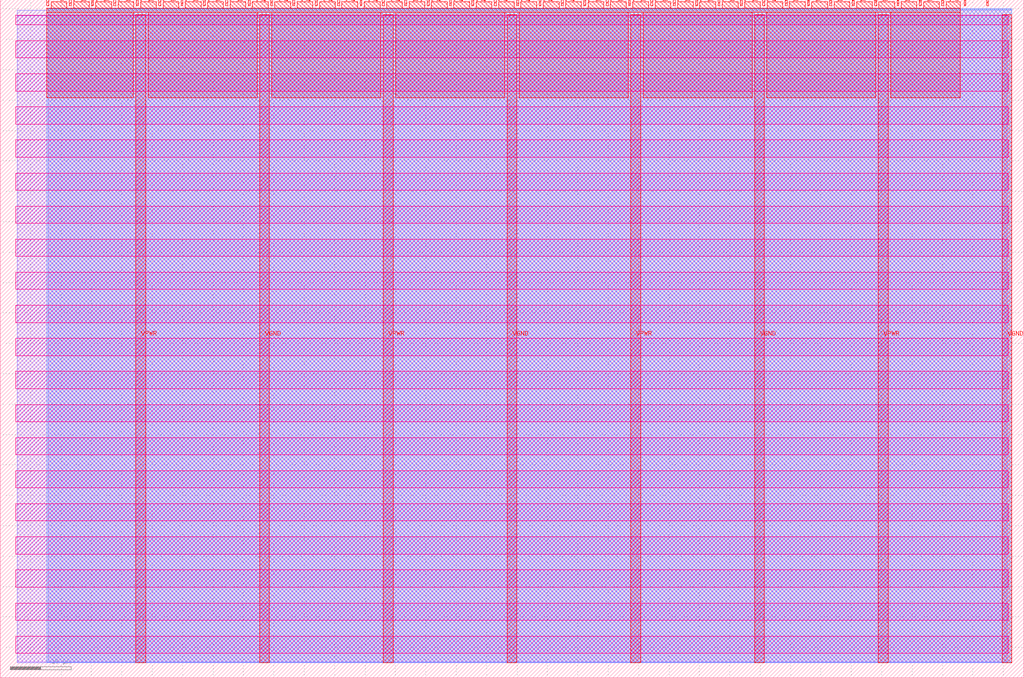
<source format=lef>
VERSION 5.7 ;
  NOWIREEXTENSIONATPIN ON ;
  DIVIDERCHAR "/" ;
  BUSBITCHARS "[]" ;
MACRO tt_um_wokwi_375227079413963777
  CLASS BLOCK ;
  FOREIGN tt_um_wokwi_375227079413963777 ;
  ORIGIN 0.000 0.000 ;
  SIZE 168.360 BY 111.520 ;
  PIN VGND
    DIRECTION INOUT ;
    USE GROUND ;
    PORT
      LAYER met4 ;
        RECT 42.670 2.480 44.270 109.040 ;
    END
    PORT
      LAYER met4 ;
        RECT 83.380 2.480 84.980 109.040 ;
    END
    PORT
      LAYER met4 ;
        RECT 124.090 2.480 125.690 109.040 ;
    END
    PORT
      LAYER met4 ;
        RECT 164.800 2.480 166.400 109.040 ;
    END
  END VGND
  PIN VPWR
    DIRECTION INOUT ;
    USE POWER ;
    PORT
      LAYER met4 ;
        RECT 22.315 2.480 23.915 109.040 ;
    END
    PORT
      LAYER met4 ;
        RECT 63.025 2.480 64.625 109.040 ;
    END
    PORT
      LAYER met4 ;
        RECT 103.735 2.480 105.335 109.040 ;
    END
    PORT
      LAYER met4 ;
        RECT 144.445 2.480 146.045 109.040 ;
    END
  END VPWR
  PIN clk
    DIRECTION INPUT ;
    USE SIGNAL ;
    PORT
      LAYER met4 ;
        RECT 158.550 110.520 158.850 111.520 ;
    END
  END clk
  PIN ena
    DIRECTION INPUT ;
    USE SIGNAL ;
    PORT
      LAYER met4 ;
        RECT 162.230 110.520 162.530 111.520 ;
    END
  END ena
  PIN rst_n
    DIRECTION INPUT ;
    USE SIGNAL ;
    ANTENNAGATEAREA 0.196500 ;
    PORT
      LAYER met4 ;
        RECT 154.870 110.520 155.170 111.520 ;
    END
  END rst_n
  PIN ui_in[0]
    DIRECTION INPUT ;
    USE SIGNAL ;
    ANTENNAGATEAREA 0.196500 ;
    PORT
      LAYER met4 ;
        RECT 151.190 110.520 151.490 111.520 ;
    END
  END ui_in[0]
  PIN ui_in[1]
    DIRECTION INPUT ;
    USE SIGNAL ;
    ANTENNAGATEAREA 0.196500 ;
    PORT
      LAYER met4 ;
        RECT 147.510 110.520 147.810 111.520 ;
    END
  END ui_in[1]
  PIN ui_in[2]
    DIRECTION INPUT ;
    USE SIGNAL ;
    ANTENNAGATEAREA 0.196500 ;
    PORT
      LAYER met4 ;
        RECT 143.830 110.520 144.130 111.520 ;
    END
  END ui_in[2]
  PIN ui_in[3]
    DIRECTION INPUT ;
    USE SIGNAL ;
    ANTENNAGATEAREA 0.196500 ;
    PORT
      LAYER met4 ;
        RECT 140.150 110.520 140.450 111.520 ;
    END
  END ui_in[3]
  PIN ui_in[4]
    DIRECTION INPUT ;
    USE SIGNAL ;
    ANTENNAGATEAREA 0.196500 ;
    PORT
      LAYER met4 ;
        RECT 136.470 110.520 136.770 111.520 ;
    END
  END ui_in[4]
  PIN ui_in[5]
    DIRECTION INPUT ;
    USE SIGNAL ;
    ANTENNAGATEAREA 0.196500 ;
    PORT
      LAYER met4 ;
        RECT 132.790 110.520 133.090 111.520 ;
    END
  END ui_in[5]
  PIN ui_in[6]
    DIRECTION INPUT ;
    USE SIGNAL ;
    ANTENNAGATEAREA 0.196500 ;
    PORT
      LAYER met4 ;
        RECT 129.110 110.520 129.410 111.520 ;
    END
  END ui_in[6]
  PIN ui_in[7]
    DIRECTION INPUT ;
    USE SIGNAL ;
    ANTENNAGATEAREA 0.196500 ;
    PORT
      LAYER met4 ;
        RECT 125.430 110.520 125.730 111.520 ;
    END
  END ui_in[7]
  PIN uio_in[0]
    DIRECTION INPUT ;
    USE SIGNAL ;
    PORT
      LAYER met4 ;
        RECT 121.750 110.520 122.050 111.520 ;
    END
  END uio_in[0]
  PIN uio_in[1]
    DIRECTION INPUT ;
    USE SIGNAL ;
    PORT
      LAYER met4 ;
        RECT 118.070 110.520 118.370 111.520 ;
    END
  END uio_in[1]
  PIN uio_in[2]
    DIRECTION INPUT ;
    USE SIGNAL ;
    PORT
      LAYER met4 ;
        RECT 114.390 110.520 114.690 111.520 ;
    END
  END uio_in[2]
  PIN uio_in[3]
    DIRECTION INPUT ;
    USE SIGNAL ;
    PORT
      LAYER met4 ;
        RECT 110.710 110.520 111.010 111.520 ;
    END
  END uio_in[3]
  PIN uio_in[4]
    DIRECTION INPUT ;
    USE SIGNAL ;
    PORT
      LAYER met4 ;
        RECT 107.030 110.520 107.330 111.520 ;
    END
  END uio_in[4]
  PIN uio_in[5]
    DIRECTION INPUT ;
    USE SIGNAL ;
    PORT
      LAYER met4 ;
        RECT 103.350 110.520 103.650 111.520 ;
    END
  END uio_in[5]
  PIN uio_in[6]
    DIRECTION INPUT ;
    USE SIGNAL ;
    PORT
      LAYER met4 ;
        RECT 99.670 110.520 99.970 111.520 ;
    END
  END uio_in[6]
  PIN uio_in[7]
    DIRECTION INPUT ;
    USE SIGNAL ;
    PORT
      LAYER met4 ;
        RECT 95.990 110.520 96.290 111.520 ;
    END
  END uio_in[7]
  PIN uio_oe[0]
    DIRECTION OUTPUT TRISTATE ;
    USE SIGNAL ;
    PORT
      LAYER met4 ;
        RECT 33.430 110.520 33.730 111.520 ;
    END
  END uio_oe[0]
  PIN uio_oe[1]
    DIRECTION OUTPUT TRISTATE ;
    USE SIGNAL ;
    PORT
      LAYER met4 ;
        RECT 29.750 110.520 30.050 111.520 ;
    END
  END uio_oe[1]
  PIN uio_oe[2]
    DIRECTION OUTPUT TRISTATE ;
    USE SIGNAL ;
    PORT
      LAYER met4 ;
        RECT 26.070 110.520 26.370 111.520 ;
    END
  END uio_oe[2]
  PIN uio_oe[3]
    DIRECTION OUTPUT TRISTATE ;
    USE SIGNAL ;
    PORT
      LAYER met4 ;
        RECT 22.390 110.520 22.690 111.520 ;
    END
  END uio_oe[3]
  PIN uio_oe[4]
    DIRECTION OUTPUT TRISTATE ;
    USE SIGNAL ;
    PORT
      LAYER met4 ;
        RECT 18.710 110.520 19.010 111.520 ;
    END
  END uio_oe[4]
  PIN uio_oe[5]
    DIRECTION OUTPUT TRISTATE ;
    USE SIGNAL ;
    PORT
      LAYER met4 ;
        RECT 15.030 110.520 15.330 111.520 ;
    END
  END uio_oe[5]
  PIN uio_oe[6]
    DIRECTION OUTPUT TRISTATE ;
    USE SIGNAL ;
    PORT
      LAYER met4 ;
        RECT 11.350 110.520 11.650 111.520 ;
    END
  END uio_oe[6]
  PIN uio_oe[7]
    DIRECTION OUTPUT TRISTATE ;
    USE SIGNAL ;
    PORT
      LAYER met4 ;
        RECT 7.670 110.520 7.970 111.520 ;
    END
  END uio_oe[7]
  PIN uio_out[0]
    DIRECTION OUTPUT TRISTATE ;
    USE SIGNAL ;
    PORT
      LAYER met4 ;
        RECT 62.870 110.520 63.170 111.520 ;
    END
  END uio_out[0]
  PIN uio_out[1]
    DIRECTION OUTPUT TRISTATE ;
    USE SIGNAL ;
    PORT
      LAYER met4 ;
        RECT 59.190 110.520 59.490 111.520 ;
    END
  END uio_out[1]
  PIN uio_out[2]
    DIRECTION OUTPUT TRISTATE ;
    USE SIGNAL ;
    PORT
      LAYER met4 ;
        RECT 55.510 110.520 55.810 111.520 ;
    END
  END uio_out[2]
  PIN uio_out[3]
    DIRECTION OUTPUT TRISTATE ;
    USE SIGNAL ;
    PORT
      LAYER met4 ;
        RECT 51.830 110.520 52.130 111.520 ;
    END
  END uio_out[3]
  PIN uio_out[4]
    DIRECTION OUTPUT TRISTATE ;
    USE SIGNAL ;
    PORT
      LAYER met4 ;
        RECT 48.150 110.520 48.450 111.520 ;
    END
  END uio_out[4]
  PIN uio_out[5]
    DIRECTION OUTPUT TRISTATE ;
    USE SIGNAL ;
    PORT
      LAYER met4 ;
        RECT 44.470 110.520 44.770 111.520 ;
    END
  END uio_out[5]
  PIN uio_out[6]
    DIRECTION OUTPUT TRISTATE ;
    USE SIGNAL ;
    PORT
      LAYER met4 ;
        RECT 40.790 110.520 41.090 111.520 ;
    END
  END uio_out[6]
  PIN uio_out[7]
    DIRECTION OUTPUT TRISTATE ;
    USE SIGNAL ;
    PORT
      LAYER met4 ;
        RECT 37.110 110.520 37.410 111.520 ;
    END
  END uio_out[7]
  PIN uo_out[0]
    DIRECTION OUTPUT TRISTATE ;
    USE SIGNAL ;
    ANTENNADIFFAREA 0.445500 ;
    PORT
      LAYER met4 ;
        RECT 92.310 110.520 92.610 111.520 ;
    END
  END uo_out[0]
  PIN uo_out[1]
    DIRECTION OUTPUT TRISTATE ;
    USE SIGNAL ;
    ANTENNADIFFAREA 0.795200 ;
    PORT
      LAYER met4 ;
        RECT 88.630 110.520 88.930 111.520 ;
    END
  END uo_out[1]
  PIN uo_out[2]
    DIRECTION OUTPUT TRISTATE ;
    USE SIGNAL ;
    ANTENNADIFFAREA 0.445500 ;
    PORT
      LAYER met4 ;
        RECT 84.950 110.520 85.250 111.520 ;
    END
  END uo_out[2]
  PIN uo_out[3]
    DIRECTION OUTPUT TRISTATE ;
    USE SIGNAL ;
    ANTENNADIFFAREA 0.795200 ;
    PORT
      LAYER met4 ;
        RECT 81.270 110.520 81.570 111.520 ;
    END
  END uo_out[3]
  PIN uo_out[4]
    DIRECTION OUTPUT TRISTATE ;
    USE SIGNAL ;
    ANTENNADIFFAREA 0.445500 ;
    PORT
      LAYER met4 ;
        RECT 77.590 110.520 77.890 111.520 ;
    END
  END uo_out[4]
  PIN uo_out[5]
    DIRECTION OUTPUT TRISTATE ;
    USE SIGNAL ;
    ANTENNADIFFAREA 0.795200 ;
    PORT
      LAYER met4 ;
        RECT 73.910 110.520 74.210 111.520 ;
    END
  END uo_out[5]
  PIN uo_out[6]
    DIRECTION OUTPUT TRISTATE ;
    USE SIGNAL ;
    ANTENNADIFFAREA 0.795200 ;
    PORT
      LAYER met4 ;
        RECT 70.230 110.520 70.530 111.520 ;
    END
  END uo_out[6]
  PIN uo_out[7]
    DIRECTION OUTPUT TRISTATE ;
    USE SIGNAL ;
    ANTENNADIFFAREA 0.795200 ;
    PORT
      LAYER met4 ;
        RECT 66.550 110.520 66.850 111.520 ;
    END
  END uo_out[7]
  OBS
      LAYER nwell ;
        RECT 2.570 107.385 165.790 108.990 ;
        RECT 2.570 101.945 165.790 104.775 ;
        RECT 2.570 96.505 165.790 99.335 ;
        RECT 2.570 91.065 165.790 93.895 ;
        RECT 2.570 85.625 165.790 88.455 ;
        RECT 2.570 80.185 165.790 83.015 ;
        RECT 2.570 74.745 165.790 77.575 ;
        RECT 2.570 69.305 165.790 72.135 ;
        RECT 2.570 63.865 165.790 66.695 ;
        RECT 2.570 58.425 165.790 61.255 ;
        RECT 2.570 52.985 165.790 55.815 ;
        RECT 2.570 47.545 165.790 50.375 ;
        RECT 2.570 42.105 165.790 44.935 ;
        RECT 2.570 36.665 165.790 39.495 ;
        RECT 2.570 31.225 165.790 34.055 ;
        RECT 2.570 25.785 165.790 28.615 ;
        RECT 2.570 20.345 165.790 23.175 ;
        RECT 2.570 14.905 165.790 17.735 ;
        RECT 2.570 9.465 165.790 12.295 ;
        RECT 2.570 4.025 165.790 6.855 ;
      LAYER li1 ;
        RECT 2.760 2.635 165.600 108.885 ;
      LAYER met1 ;
        RECT 2.760 2.480 166.400 109.780 ;
      LAYER met2 ;
        RECT 7.910 2.535 166.370 110.005 ;
      LAYER met3 ;
        RECT 7.630 2.555 166.390 109.985 ;
      LAYER met4 ;
        RECT 8.370 110.120 10.950 111.170 ;
        RECT 12.050 110.120 14.630 111.170 ;
        RECT 15.730 110.120 18.310 111.170 ;
        RECT 19.410 110.120 21.990 111.170 ;
        RECT 23.090 110.120 25.670 111.170 ;
        RECT 26.770 110.120 29.350 111.170 ;
        RECT 30.450 110.120 33.030 111.170 ;
        RECT 34.130 110.120 36.710 111.170 ;
        RECT 37.810 110.120 40.390 111.170 ;
        RECT 41.490 110.120 44.070 111.170 ;
        RECT 45.170 110.120 47.750 111.170 ;
        RECT 48.850 110.120 51.430 111.170 ;
        RECT 52.530 110.120 55.110 111.170 ;
        RECT 56.210 110.120 58.790 111.170 ;
        RECT 59.890 110.120 62.470 111.170 ;
        RECT 63.570 110.120 66.150 111.170 ;
        RECT 67.250 110.120 69.830 111.170 ;
        RECT 70.930 110.120 73.510 111.170 ;
        RECT 74.610 110.120 77.190 111.170 ;
        RECT 78.290 110.120 80.870 111.170 ;
        RECT 81.970 110.120 84.550 111.170 ;
        RECT 85.650 110.120 88.230 111.170 ;
        RECT 89.330 110.120 91.910 111.170 ;
        RECT 93.010 110.120 95.590 111.170 ;
        RECT 96.690 110.120 99.270 111.170 ;
        RECT 100.370 110.120 102.950 111.170 ;
        RECT 104.050 110.120 106.630 111.170 ;
        RECT 107.730 110.120 110.310 111.170 ;
        RECT 111.410 110.120 113.990 111.170 ;
        RECT 115.090 110.120 117.670 111.170 ;
        RECT 118.770 110.120 121.350 111.170 ;
        RECT 122.450 110.120 125.030 111.170 ;
        RECT 126.130 110.120 128.710 111.170 ;
        RECT 129.810 110.120 132.390 111.170 ;
        RECT 133.490 110.120 136.070 111.170 ;
        RECT 137.170 110.120 139.750 111.170 ;
        RECT 140.850 110.120 143.430 111.170 ;
        RECT 144.530 110.120 147.110 111.170 ;
        RECT 148.210 110.120 150.790 111.170 ;
        RECT 151.890 110.120 154.470 111.170 ;
        RECT 155.570 110.120 157.945 111.170 ;
        RECT 7.655 109.440 157.945 110.120 ;
        RECT 7.655 95.375 21.915 109.440 ;
        RECT 24.315 95.375 42.270 109.440 ;
        RECT 44.670 95.375 62.625 109.440 ;
        RECT 65.025 95.375 82.980 109.440 ;
        RECT 85.380 95.375 103.335 109.440 ;
        RECT 105.735 95.375 123.690 109.440 ;
        RECT 126.090 95.375 144.045 109.440 ;
        RECT 146.445 95.375 157.945 109.440 ;
  END
END tt_um_wokwi_375227079413963777
END LIBRARY


</source>
